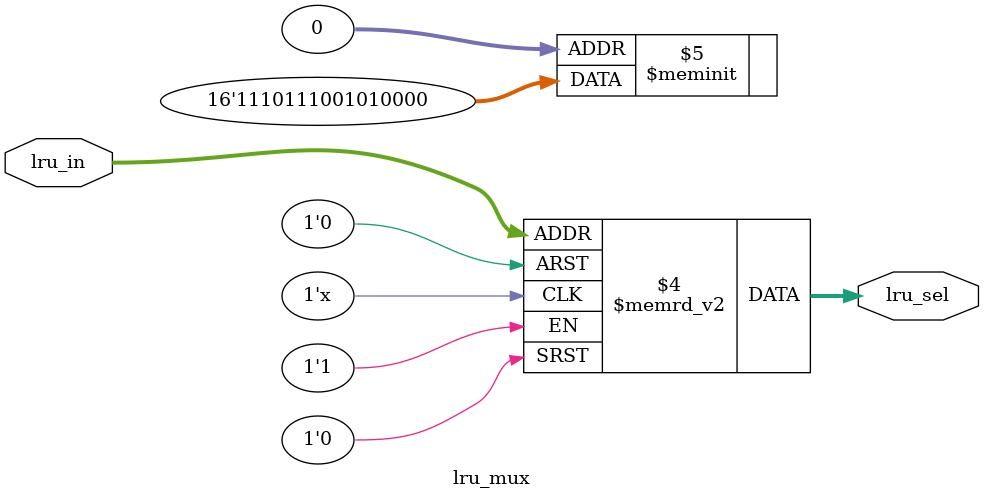
<source format=sv>
module lru_mux
(
	input [2:0] lru_in,
	output logic [1:0] lru_sel
);

always_comb
begin
	case(lru_in)
		3'b000: lru_sel = 2'b00;
		3'b001: lru_sel = 2'b00;
		3'b010: lru_sel = 2'b01;
		3'b011: lru_sel = 2'b01;
		3'b100: lru_sel = 2'b10;
		3'b101: lru_sel = 2'b11;
		3'b110: lru_sel = 2'b10;
		3'b111: lru_sel = 2'b11;
	endcase
end

endmodule : lru_mux
</source>
